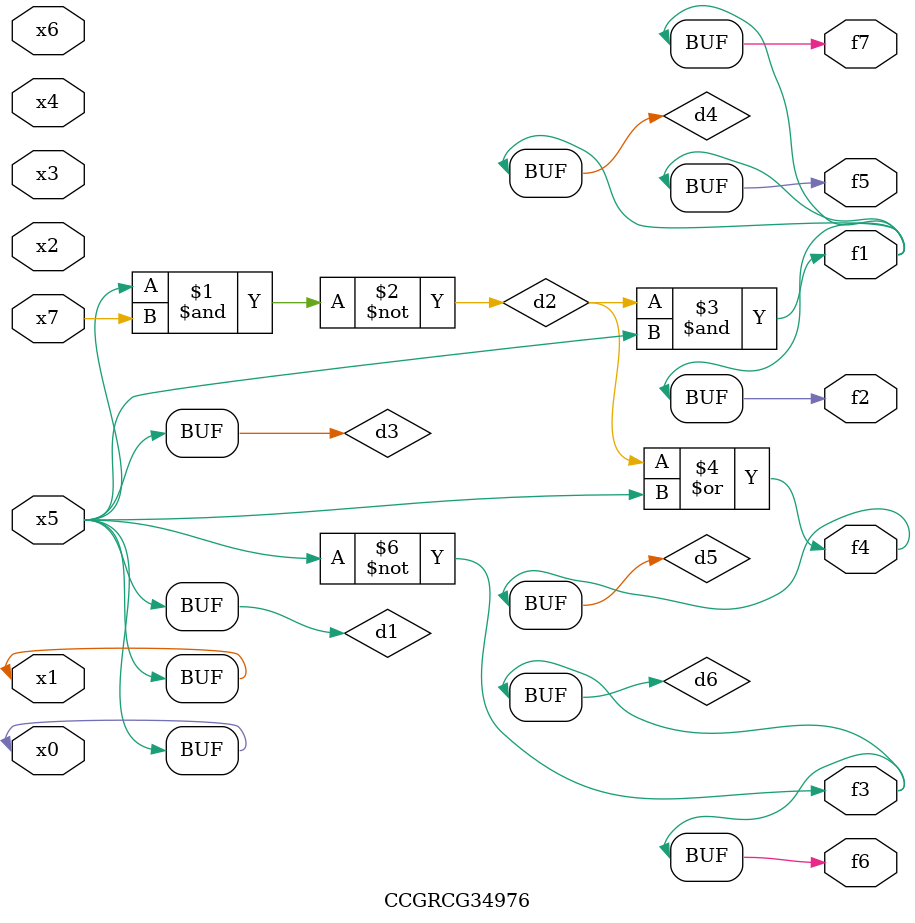
<source format=v>
module CCGRCG34976(
	input x0, x1, x2, x3, x4, x5, x6, x7,
	output f1, f2, f3, f4, f5, f6, f7
);

	wire d1, d2, d3, d4, d5, d6;

	buf (d1, x0, x5);
	nand (d2, x5, x7);
	buf (d3, x0, x1);
	and (d4, d2, d3);
	or (d5, d2, d3);
	nor (d6, d1, d3);
	assign f1 = d4;
	assign f2 = d4;
	assign f3 = d6;
	assign f4 = d5;
	assign f5 = d4;
	assign f6 = d6;
	assign f7 = d4;
endmodule

</source>
